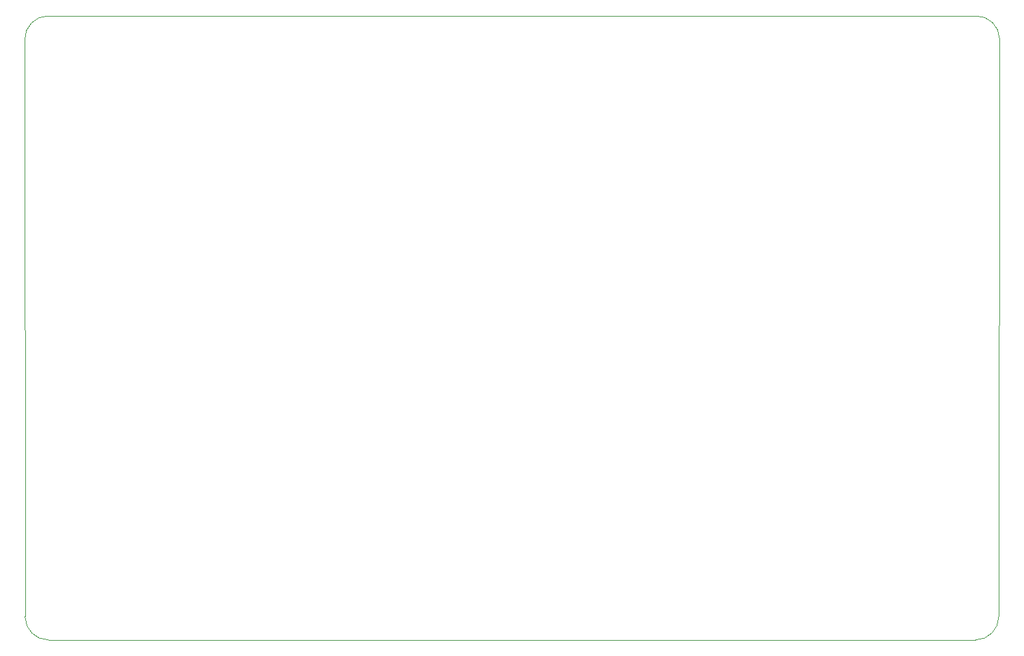
<source format=gbr>
%TF.GenerationSoftware,KiCad,Pcbnew,6.0.4*%
%TF.CreationDate,2022-04-08T16:19:54+02:00*%
%TF.ProjectId,keychordz,6b657963-686f-4726-947a-2e6b69636164,rev?*%
%TF.SameCoordinates,Original*%
%TF.FileFunction,Profile,NP*%
%FSLAX46Y46*%
G04 Gerber Fmt 4.6, Leading zero omitted, Abs format (unit mm)*
G04 Created by KiCad (PCBNEW 6.0.4) date 2022-04-08 16:19:54*
%MOMM*%
%LPD*%
G01*
G04 APERTURE LIST*
%TA.AperFunction,Profile*%
%ADD10C,0.100000*%
%TD*%
G04 APERTURE END LIST*
D10*
X136096000Y-36401000D02*
X136000000Y-110000000D01*
X133000000Y-113000000D02*
X15000000Y-113000000D01*
X12000000Y-110000000D02*
G75*
G03*
X15000000Y-113000000I3000000J0D01*
G01*
X133096000Y-33500000D02*
X14948320Y-33500000D01*
X136096000Y-36401000D02*
G75*
G03*
X133096000Y-33500000I-2987545J-87809D01*
G01*
X133000000Y-113000000D02*
G75*
G03*
X136000000Y-110000000I0J3000000D01*
G01*
X14948320Y-33499999D02*
G75*
G03*
X11973720Y-36487520I0J-2974628D01*
G01*
X11973720Y-36487520D02*
X12000000Y-110000000D01*
M02*

</source>
